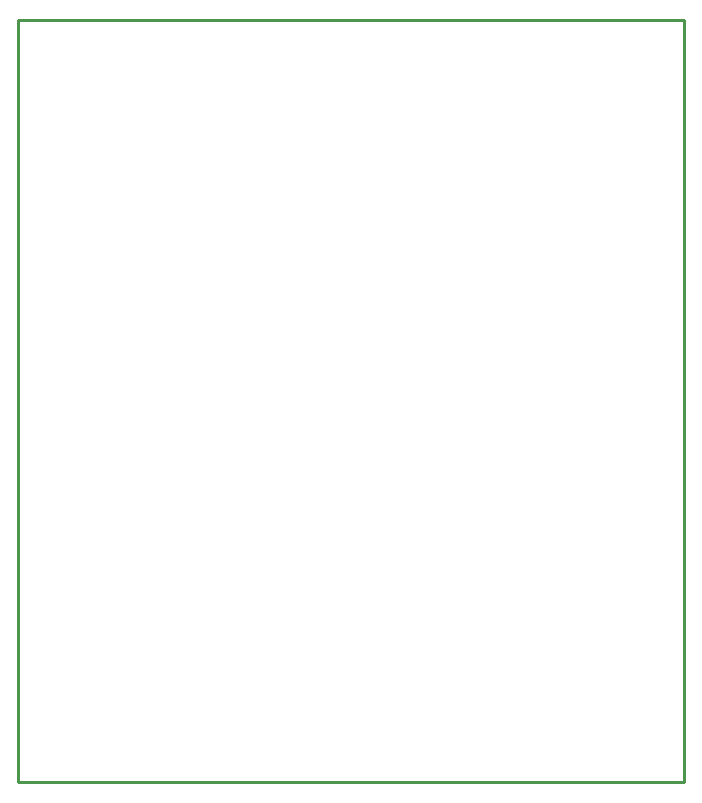
<source format=gko>
G04 Layer: BoardOutlineLayer*
G04 EasyEDA v6.5.22, 2023-11-14 22:50:32*
G04 e9b09aeb9267423f9454c27dff36c41a,e380eaf7f1bc463bad4fc33596f4f57f,10*
G04 Gerber Generator version 0.2*
G04 Scale: 100 percent, Rotated: No, Reflected: No *
G04 Dimensions in millimeters *
G04 leading zeros omitted , absolute positions ,4 integer and 5 decimal *
%FSLAX45Y45*%
%MOMM*%

%ADD10C,0.2540*%
D10*
X939800Y7785100D02*
G01*
X6578600Y7785100D01*
X6578600Y1333500D01*
X939800Y1333500D01*
X939800Y7785100D01*

%LPD*%
M02*

</source>
